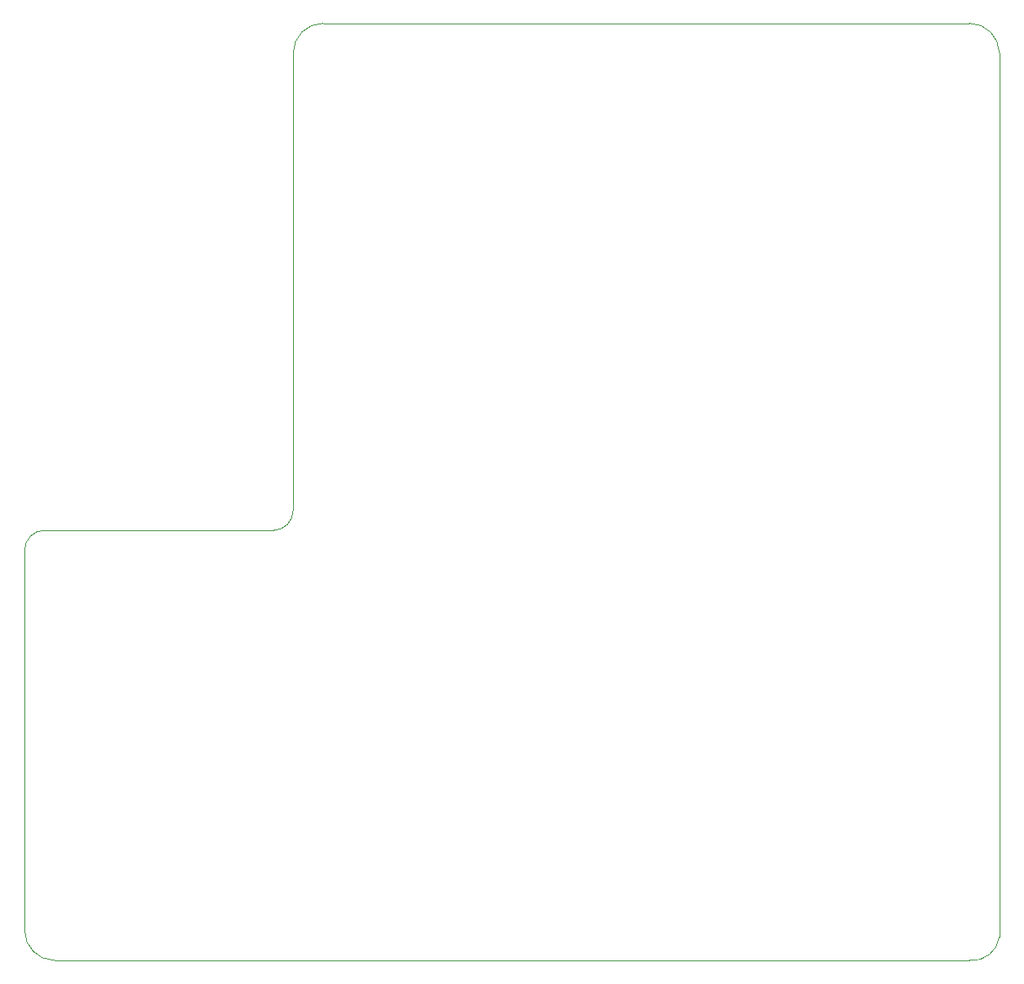
<source format=gm1>
G04 #@! TF.GenerationSoftware,KiCad,Pcbnew,8.0.3*
G04 #@! TF.CreationDate,2024-09-22T19:56:22+01:00*
G04 #@! TF.ProjectId,BetetrDom,42657465-7472-4446-9f6d-2e6b69636164,rev?*
G04 #@! TF.SameCoordinates,Original*
G04 #@! TF.FileFunction,Profile,NP*
%FSLAX46Y46*%
G04 Gerber Fmt 4.6, Leading zero omitted, Abs format (unit mm)*
G04 Created by KiCad (PCBNEW 8.0.3) date 2024-09-22 19:56:22*
%MOMM*%
%LPD*%
G01*
G04 APERTURE LIST*
G04 #@! TA.AperFunction,Profile*
%ADD10C,0.050000*%
G04 #@! TD*
G04 APERTURE END LIST*
D10*
X144000000Y-49000000D02*
X79000000Y-49000000D01*
X76000000Y-52000000D02*
G75*
G02*
X79000000Y-49000000I3000000J0D01*
G01*
X147000000Y-136000000D02*
X147000000Y-52000000D01*
X52000000Y-143250000D02*
G75*
G02*
X49000000Y-140250000I0J3000000D01*
G01*
X147000000Y-140878680D02*
G75*
G02*
X143999999Y-143250009I-2685700J314380D01*
G01*
X144000000Y-49000000D02*
G75*
G02*
X147000000Y-52000000I0J-3000000D01*
G01*
X49000000Y-102000000D02*
X49000000Y-140250000D01*
X52000000Y-143250000D02*
X144000000Y-143250000D01*
X76000000Y-52000000D02*
X76000000Y-98000000D01*
X74000000Y-100000000D02*
X51000000Y-100000000D01*
X147000000Y-140878680D02*
X147000000Y-136000000D01*
X49000000Y-102000000D02*
G75*
G02*
X51000000Y-100000000I2000000J0D01*
G01*
X76000000Y-98000000D02*
G75*
G02*
X74000000Y-100000000I-2000000J0D01*
G01*
M02*

</source>
